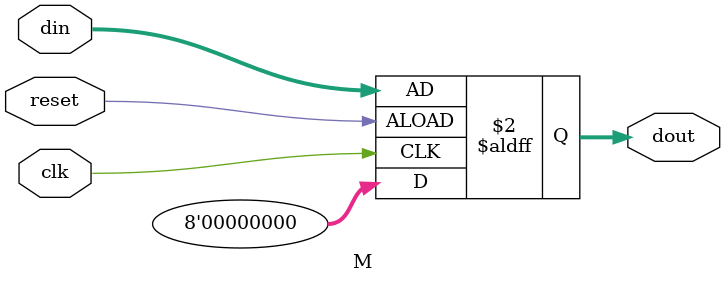
<source format=v>
module top;

  wire CLK, RESET;
  wire [7:0] DIN, DOUT;

  M m1(CLK, RESET, DIN, DOUT);
  
endmodule

module M (clk, reset, din, dout);

  input clk, reset;
  input [7:0] din;
  output reg [7:0] dout;

  always @(posedge clk or negedge reset) begin
    if (reset) dout <= 8'b0;
    else       dout <= din;
  end

endmodule

</source>
